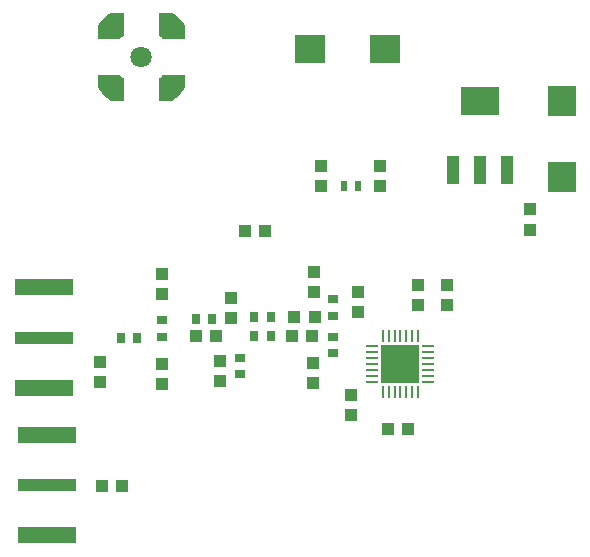
<source format=gtp>
G04 Layer_Color=8421504*
%FSLAX44Y44*%
%MOMM*%
G71*
G01*
G75*
%ADD10R,1.1000X1.0000*%
%ADD11R,1.1000X0.2500*%
%ADD12R,0.2500X1.1000*%
%ADD13R,3.2500X3.2500*%
%ADD14R,5.0000X1.4000*%
%ADD15R,5.0000X1.0000*%
%ADD16R,1.0000X1.1000*%
%ADD17R,0.6000X0.9000*%
%ADD18R,0.9000X0.8000*%
%ADD19R,2.4000X2.6000*%
%ADD20R,3.3000X2.4000*%
%ADD21R,1.0000X2.4000*%
%ADD22R,0.8000X0.9000*%
%ADD23R,2.6000X2.4000*%
%ADD24C,1.8000*%
G36*
X144250Y426880D02*
Y426880D01*
X143325Y425104D01*
X140957Y421874D01*
X138126Y419043D01*
X134896Y416675D01*
X133120Y415750D01*
X122249Y415750D01*
Y434749D01*
X122249D01*
X122741Y434982D01*
X123645Y435586D01*
X124413Y436354D01*
X125017Y437257D01*
X125249Y437749D01*
X144250Y437750D01*
Y426880D01*
D02*
G37*
G36*
X89482Y437259D02*
X90085Y436356D01*
X90854Y435587D01*
X91757Y434983D01*
X92249Y434751D01*
X92250Y415750D01*
X81380D01*
X81380Y415750D01*
X79604Y416675D01*
X76374Y419043D01*
X73543Y421874D01*
X71175Y425104D01*
X70250Y426880D01*
X70250Y437751D01*
X89249D01*
X89482Y437259D01*
D02*
G37*
G36*
X92251Y470751D02*
Y470751D01*
X91759Y470518D01*
X90856Y469915D01*
X90087Y469146D01*
X89483Y468242D01*
X89251Y467751D01*
X70250Y467750D01*
Y478620D01*
X70250D01*
X71175Y480396D01*
X73543Y483626D01*
X76374Y486457D01*
X79604Y488825D01*
X81380Y489750D01*
X92251D01*
Y470751D01*
D02*
G37*
G36*
X134896Y488825D02*
X138126Y486457D01*
X140957Y483626D01*
X143325Y480396D01*
X144250Y478620D01*
Y467749D01*
X125251D01*
X125251Y467749D01*
X125018Y468241D01*
X124415Y469145D01*
X123646Y469913D01*
X122743Y470517D01*
X122251Y470749D01*
X122250Y489750D01*
X133120D01*
X134896Y488825D01*
D02*
G37*
D10*
X73750Y89250D02*
D03*
X90750D02*
D03*
X234990Y216340D02*
D03*
X251990D02*
D03*
X236880Y232850D02*
D03*
X253880D02*
D03*
X153710Y216340D02*
D03*
X170710D02*
D03*
X333250Y137750D02*
D03*
X316250D02*
D03*
X212000Y305500D02*
D03*
X195000D02*
D03*
D11*
X302890Y207790D02*
D03*
Y202790D02*
D03*
Y197790D02*
D03*
Y192790D02*
D03*
Y187790D02*
D03*
Y182790D02*
D03*
Y177790D02*
D03*
X350390D02*
D03*
Y182790D02*
D03*
Y187790D02*
D03*
Y192790D02*
D03*
Y197790D02*
D03*
Y202790D02*
D03*
Y207790D02*
D03*
D12*
X311640Y169040D02*
D03*
X316640D02*
D03*
X321640D02*
D03*
X326640D02*
D03*
X331640D02*
D03*
X336640D02*
D03*
X341640D02*
D03*
Y216540D02*
D03*
X336640D02*
D03*
X331640D02*
D03*
X326640D02*
D03*
X321640D02*
D03*
X316640D02*
D03*
X311640D02*
D03*
D13*
X326640Y192790D02*
D03*
D14*
X27000Y132500D02*
D03*
Y47500D02*
D03*
X24500Y172500D02*
D03*
Y257500D02*
D03*
D15*
X27000Y90000D02*
D03*
X24500Y215000D02*
D03*
D16*
X259750Y343250D02*
D03*
Y360250D02*
D03*
X291000Y253750D02*
D03*
Y236750D02*
D03*
X253750Y253750D02*
D03*
Y270750D02*
D03*
X72660Y177360D02*
D03*
Y194360D02*
D03*
X124730Y176090D02*
D03*
Y193090D02*
D03*
Y269290D02*
D03*
Y252290D02*
D03*
X173640Y195630D02*
D03*
Y178630D02*
D03*
X183150Y248970D02*
D03*
Y231970D02*
D03*
X252500Y176250D02*
D03*
Y193250D02*
D03*
X341630Y242960D02*
D03*
Y259960D02*
D03*
X284750Y149250D02*
D03*
Y166250D02*
D03*
X436000Y306500D02*
D03*
Y323500D02*
D03*
X366000Y259750D02*
D03*
Y242750D02*
D03*
X309000Y343250D02*
D03*
Y360250D02*
D03*
D17*
X291000Y343500D02*
D03*
X279000D02*
D03*
D18*
X269510Y233470D02*
D03*
Y247470D02*
D03*
X190770Y183940D02*
D03*
Y197940D02*
D03*
X124730Y215690D02*
D03*
Y229690D02*
D03*
X269510Y201720D02*
D03*
Y215720D02*
D03*
D19*
X463250Y415250D02*
D03*
Y351250D02*
D03*
D20*
X394250Y415250D02*
D03*
D21*
X417250Y357250D02*
D03*
X394250D02*
D03*
X371250D02*
D03*
D22*
X153250Y231000D02*
D03*
X167250D02*
D03*
X202820Y232850D02*
D03*
X216820D02*
D03*
X202850Y216340D02*
D03*
X216850D02*
D03*
X89750Y215000D02*
D03*
X103750D02*
D03*
D23*
X249750Y459750D02*
D03*
X313750D02*
D03*
D24*
X107250Y452750D02*
D03*
X82250Y477750D02*
D03*
Y427750D02*
D03*
X132250D02*
D03*
Y477750D02*
D03*
M02*

</source>
